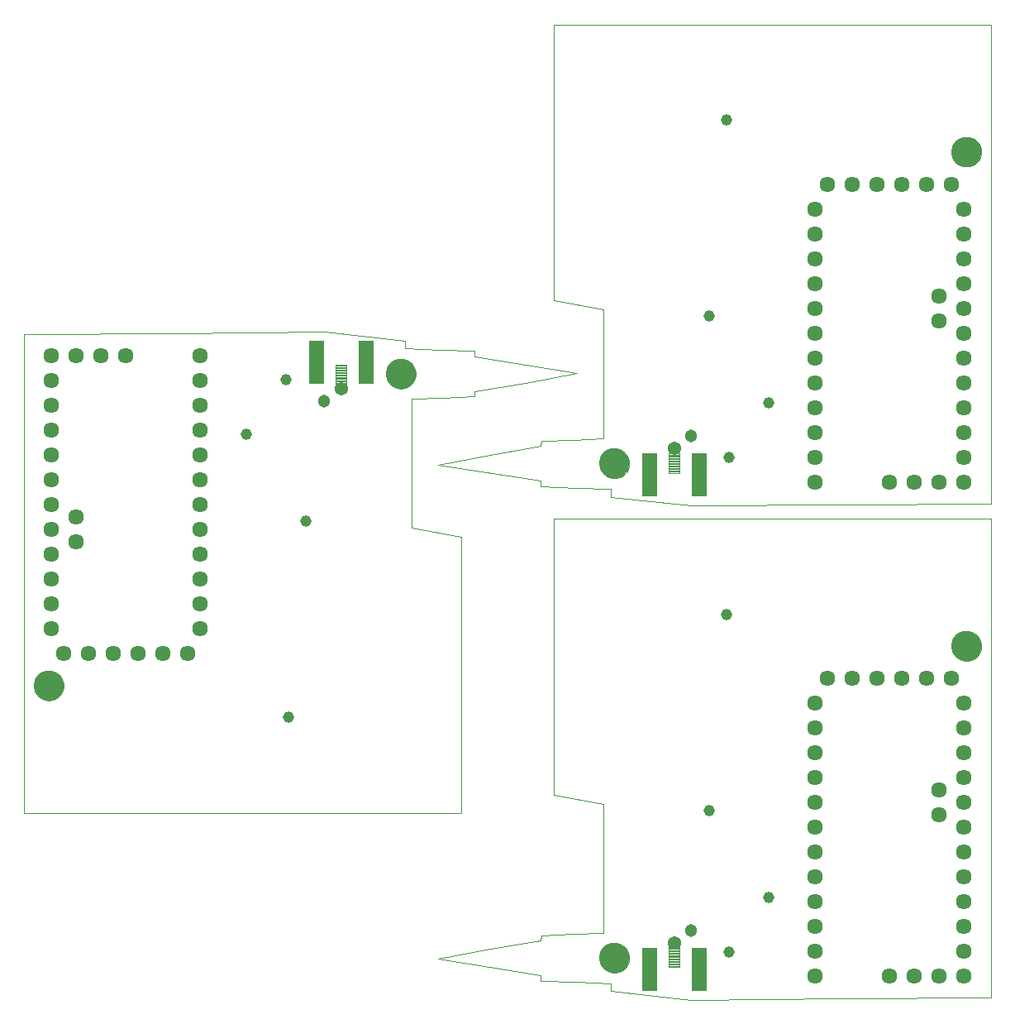
<source format=gbs>
%MOIN*%
%OFA0B0*%
%FSLAX25Y25*%
%IPPOS*%
%LPD*%
%AMOC8*
5,1,8,0,0,$1,22.5*%
%AMOC80*
5,1,8,0,0,$1,22.5*%
%AMOC81*
5,1,8,0,0,$1,202.5*%
%ADD10C,0*%
%ADD11C,0.12210999999999998*%
%ADD12C,0.06337*%
%ADD13C,0.054*%
%ADD14C,0.0049*%
%ADD15R,0.064X0.17399999999999996*%
%ADD16C,0.05124*%
%ADD17C,0.04534*%
%ADD28C,0*%
%ADD29C,0.12210999999999998*%
%ADD30C,0.06337*%
%ADD31C,0.054*%
%ADD32C,0.0049*%
%ADD33R,0.064X0.17399999999999996*%
%ADD34C,0.05124*%
%ADD35C,0.04534*%
%ADD36C,0*%
%ADD37C,0.12210999999999998*%
%ADD38C,0.06337*%
%ADD39C,0.054*%
%ADD40C,0.0049*%
%ADD41R,0.064X0.17399999999999996*%
%ADD42C,0.05124*%
%ADD43C,0.04534*%
G75*
D10*
X0169911Y0016923D02*
X0190745Y0020882D01*
X0211245Y0024507D01*
X0211314Y0026340D01*
X0211384Y0026506D01*
X0224148Y0026993D01*
X0236578Y0027478D01*
X0236554Y0027472D02*
X0236579Y0053478D01*
X0236578Y0053451D02*
X0236578Y0079423D01*
X0216577Y0083173D01*
X0216577Y0194285D01*
X0392828Y0194285D01*
X0392828Y0001229D01*
X0332273Y0000882D01*
X0271717Y0000535D01*
X0239356Y0003907D01*
X0239356Y0007062D01*
X0225259Y0007618D01*
X0211161Y0008173D01*
X0211161Y0010396D01*
X0169911Y0016923D01*
X0235007Y0017338D02*
X0235008Y0017491D01*
X0235015Y0017645D01*
X0235025Y0017798D01*
X0235039Y0017950D01*
X0235056Y0018103D01*
X0235079Y0018254D01*
X0235103Y0018405D01*
X0235134Y0018555D01*
X0235168Y0018705D01*
X0235205Y0018854D01*
X0235246Y0019002D01*
X0235291Y0019148D01*
X0235340Y0019294D01*
X0235393Y0019438D01*
X0235449Y0019580D01*
X0235509Y0019721D01*
X0235573Y0019861D01*
X0235639Y0019999D01*
X0235711Y0020135D01*
X0235786Y0020269D01*
X0235862Y0020401D01*
X0235944Y0020530D01*
X0236029Y0020659D01*
X0236117Y0020785D01*
X0236208Y0020908D01*
X0236302Y0021029D01*
X0236400Y0021147D01*
X0236500Y0021263D01*
X0236604Y0021376D01*
X0236710Y0021487D01*
X0236818Y0021595D01*
X0236931Y0021700D01*
X0237045Y0021801D01*
X0237163Y0021900D01*
X0237282Y0021996D01*
X0237404Y0022089D01*
X0237529Y0022177D01*
X0237656Y0022265D01*
X0237785Y0022347D01*
X0237916Y0022427D01*
X0238049Y0022503D01*
X0238184Y0022575D01*
X0238321Y0022645D01*
X0238459Y0022710D01*
X0238600Y0022772D01*
X0238742Y0022830D01*
X0238885Y0022885D01*
X0239030Y0022936D01*
X0239176Y0022983D01*
X0239323Y0023026D01*
X0239471Y0023065D01*
X0239620Y0023101D01*
X0239770Y0023131D01*
X0239921Y0023160D01*
X0240072Y0023184D01*
X0240225Y0023204D01*
X0240377Y0023220D01*
X0240530Y0023232D01*
X0240682Y0023240D01*
X0240836Y0023244D01*
X0240990Y0023244D01*
X0241143Y0023240D01*
X0241296Y0023232D01*
X0241448Y0023220D01*
X0241601Y0023204D01*
X0241753Y0023184D01*
X0241905Y0023160D01*
X0242056Y0023131D01*
X0242206Y0023101D01*
X0242355Y0023065D01*
X0242503Y0023026D01*
X0242650Y0022983D01*
X0242796Y0022936D01*
X0242940Y0022885D01*
X0243084Y0022830D01*
X0243226Y0022772D01*
X0243366Y0022710D01*
X0243505Y0022645D01*
X0243642Y0022575D01*
X0243777Y0022503D01*
X0243909Y0022427D01*
X0244041Y0022347D01*
X0244170Y0022265D01*
X0244297Y0022177D01*
X0244422Y0022089D01*
X0244544Y0021996D01*
X0244663Y0021900D01*
X0244781Y0021801D01*
X0244895Y0021700D01*
X0245007Y0021595D01*
X0245115Y0021487D01*
X0245222Y0021376D01*
X0245326Y0021263D01*
X0245426Y0021147D01*
X0245524Y0021029D01*
X0245617Y0020908D01*
X0245709Y0020785D01*
X0245797Y0020659D01*
X0245881Y0020530D01*
X0245963Y0020401D01*
X0246040Y0020269D01*
X0246115Y0020135D01*
X0246186Y0019999D01*
X0246253Y0019861D01*
X0246317Y0019721D01*
X0246376Y0019580D01*
X0246433Y0019438D01*
X0246485Y0019294D01*
X0246535Y0019148D01*
X0246580Y0019002D01*
X0246620Y0018854D01*
X0246658Y0018705D01*
X0246692Y0018555D01*
X0246722Y0018405D01*
X0246747Y0018254D01*
X0246769Y0018103D01*
X0246787Y0017950D01*
X0246801Y0017798D01*
X0246810Y0017645D01*
X0246817Y0017491D01*
X0246819Y0017338D01*
X0246817Y0017185D01*
X0246810Y0017031D01*
X0246801Y0016878D01*
X0246787Y0016726D01*
X0246769Y0016573D01*
X0246747Y0016422D01*
X0246722Y0016271D01*
X0246692Y0016120D01*
X0246658Y0015970D01*
X0246620Y0015822D01*
X0246580Y0015673D01*
X0246535Y0015528D01*
X0246485Y0015382D01*
X0246433Y0015237D01*
X0246376Y0015096D01*
X0246317Y0014954D01*
X0246253Y0014815D01*
X0246186Y0014677D01*
X0246115Y0014541D01*
X0246040Y0014407D01*
X0245963Y0014274D01*
X0245881Y0014145D01*
X0245797Y0014016D01*
X0245709Y0013891D01*
X0245617Y0013768D01*
X0245524Y0013647D01*
X0245426Y0013529D01*
X0245326Y0013413D01*
X0245222Y0013300D01*
X0245115Y0013189D01*
X0245007Y0013081D01*
X0244895Y0012975D01*
X0244781Y0012875D01*
X0244663Y0012776D01*
X0244544Y0012680D01*
X0244422Y0012587D01*
X0244297Y0012498D01*
X0244170Y0012411D01*
X0244041Y0012329D01*
X0243909Y0012249D01*
X0243777Y0012173D01*
X0243642Y0012100D01*
X0243505Y0012031D01*
X0243366Y0011966D01*
X0243226Y0011904D01*
X0243084Y0011846D01*
X0242940Y0011791D01*
X0242796Y0011740D01*
X0242650Y0011693D01*
X0242503Y0011650D01*
X0242355Y0011611D01*
X0242206Y0011575D01*
X0242056Y0011543D01*
X0241905Y0011516D01*
X0241753Y0011492D01*
X0241601Y0011472D01*
X0241448Y0011455D01*
X0241296Y0011444D01*
X0241143Y0011436D01*
X0240990Y0011432D01*
X0240836Y0011432D01*
X0240682Y0011436D01*
X0240530Y0011444D01*
X0240377Y0011455D01*
X0240225Y0011472D01*
X0240072Y0011492D01*
X0239921Y0011516D01*
X0239770Y0011543D01*
X0239620Y0011575D01*
X0239471Y0011611D01*
X0239323Y0011650D01*
X0239176Y0011693D01*
X0239030Y0011740D01*
X0238885Y0011791D01*
X0238742Y0011846D01*
X0238600Y0011904D01*
X0238459Y0011966D01*
X0238321Y0012031D01*
X0238184Y0012100D01*
X0238049Y0012173D01*
X0237916Y0012249D01*
X0237785Y0012329D01*
X0237656Y0012411D01*
X0237529Y0012498D01*
X0237404Y0012587D01*
X0237282Y0012680D01*
X0237163Y0012776D01*
X0237045Y0012875D01*
X0236931Y0012975D01*
X0236818Y0013081D01*
X0236710Y0013189D01*
X0236604Y0013300D01*
X0236500Y0013413D01*
X0236400Y0013529D01*
X0236302Y0013647D01*
X0236208Y0013768D01*
X0236117Y0013891D01*
X0236029Y0014016D01*
X0235944Y0014145D01*
X0235862Y0014274D01*
X0235786Y0014407D01*
X0235711Y0014541D01*
X0235639Y0014677D01*
X0235573Y0014815D01*
X0235509Y0014954D01*
X0235449Y0015096D01*
X0235393Y0015237D01*
X0235340Y0015382D01*
X0235291Y0015528D01*
X0235246Y0015673D01*
X0235205Y0015822D01*
X0235168Y0015970D01*
X0235134Y0016120D01*
X0235103Y0016271D01*
X0235079Y0016422D01*
X0235056Y0016573D01*
X0235039Y0016726D01*
X0235025Y0016878D01*
X0235015Y0017031D01*
X0235008Y0017185D01*
X0235007Y0017338D01*
X0376993Y0142992D02*
X0376995Y0143145D01*
X0377001Y0143299D01*
X0377011Y0143452D01*
X0377025Y0143604D01*
X0377043Y0143757D01*
X0377065Y0143908D01*
X0377090Y0144059D01*
X0377120Y0144210D01*
X0377154Y0144360D01*
X0377191Y0144508D01*
X0377232Y0144656D01*
X0377277Y0144802D01*
X0377326Y0144948D01*
X0377379Y0145092D01*
X0377435Y0145234D01*
X0377495Y0145375D01*
X0377559Y0145515D01*
X0377626Y0145653D01*
X0377697Y0145788D01*
X0377772Y0145923D01*
X0377849Y0146055D01*
X0377931Y0146185D01*
X0378015Y0146313D01*
X0378102Y0146439D01*
X0378194Y0146562D01*
X0378288Y0146683D01*
X0378386Y0146801D01*
X0378486Y0146917D01*
X0378590Y0147030D01*
X0378696Y0147141D01*
X0378805Y0147249D01*
X0378917Y0147353D01*
X0379031Y0147455D01*
X0379149Y0147554D01*
X0379268Y0147650D01*
X0379390Y0147743D01*
X0379515Y0147832D01*
X0379642Y0147919D01*
X0379771Y0148001D01*
X0379902Y0148081D01*
X0380035Y0148157D01*
X0380170Y0148230D01*
X0380307Y0148299D01*
X0380446Y0148364D01*
X0380586Y0148425D01*
X0380728Y0148484D01*
X0380871Y0148539D01*
X0381016Y0148590D01*
X0381162Y0148637D01*
X0381308Y0148680D01*
X0381457Y0148719D01*
X0381606Y0148755D01*
X0381756Y0148786D01*
X0381907Y0148814D01*
X0382058Y0148838D01*
X0382211Y0148858D01*
X0382363Y0148874D01*
X0382516Y0148886D01*
X0382669Y0148894D01*
X0382822Y0148898D01*
X0382976Y0148898D01*
X0383129Y0148894D01*
X0383282Y0148886D01*
X0383435Y0148874D01*
X0383587Y0148858D01*
X0383740Y0148838D01*
X0383890Y0148814D01*
X0384042Y0148786D01*
X0384192Y0148755D01*
X0384341Y0148719D01*
X0384489Y0148680D01*
X0384636Y0148637D01*
X0384782Y0148590D01*
X0384927Y0148539D01*
X0385070Y0148484D01*
X0385212Y0148425D01*
X0385352Y0148364D01*
X0385491Y0148299D01*
X0385628Y0148230D01*
X0385763Y0148157D01*
X0385896Y0148081D01*
X0386027Y0148001D01*
X0386156Y0147919D01*
X0386283Y0147832D01*
X0386407Y0147743D01*
X0386530Y0147650D01*
X0386649Y0147554D01*
X0386767Y0147455D01*
X0386881Y0147353D01*
X0386993Y0147249D01*
X0387102Y0147141D01*
X0387208Y0147030D01*
X0387312Y0146917D01*
X0387412Y0146801D01*
X0387510Y0146683D01*
X0387604Y0146562D01*
X0387695Y0146439D01*
X0387782Y0146313D01*
X0387866Y0146185D01*
X0387949Y0146055D01*
X0388026Y0145923D01*
X0388101Y0145788D01*
X0388172Y0145653D01*
X0388238Y0145515D01*
X0388303Y0145375D01*
X0388363Y0145234D01*
X0388419Y0145092D01*
X0388472Y0144948D01*
X0388521Y0144802D01*
X0388566Y0144656D01*
X0388607Y0144508D01*
X0388644Y0144360D01*
X0388678Y0144210D01*
X0388708Y0144059D01*
X0388733Y0143908D01*
X0388755Y0143757D01*
X0388773Y0143604D01*
X0388787Y0143452D01*
X0388797Y0143299D01*
X0388803Y0143145D01*
X0388805Y0142992D01*
X0388803Y0142839D01*
X0388797Y0142685D01*
X0388787Y0142531D01*
X0388773Y0142380D01*
X0388755Y0142227D01*
X0388733Y0142076D01*
X0388708Y0141925D01*
X0388678Y0141774D01*
X0388644Y0141624D01*
X0388607Y0141476D01*
X0388566Y0141328D01*
X0388521Y0141182D01*
X0388472Y0141036D01*
X0388419Y0140892D01*
X0388363Y0140750D01*
X0388303Y0140609D01*
X0388238Y0140469D01*
X0388172Y0140330D01*
X0388101Y0140195D01*
X0388026Y0140061D01*
X0387949Y0139929D01*
X0387866Y0139799D01*
X0387782Y0139671D01*
X0387695Y0139545D01*
X0387604Y0139422D01*
X0387510Y0139301D01*
X0387412Y0139183D01*
X0387312Y0139067D01*
X0387208Y0138953D01*
X0387102Y0138843D01*
X0386993Y0138735D01*
X0386881Y0138630D01*
X0386767Y0138528D01*
X0386649Y0138430D01*
X0386530Y0138333D01*
X0386407Y0138241D01*
X0386283Y0138152D01*
X0386156Y0138065D01*
X0386027Y0137983D01*
X0385896Y0137903D01*
X0385763Y0137827D01*
X0385628Y0137753D01*
X0385491Y0137685D01*
X0385352Y0137620D01*
X0385212Y0137558D01*
X0385070Y0137500D01*
X0384927Y0137445D01*
X0384782Y0137394D01*
X0384636Y0137347D01*
X0384489Y0137304D01*
X0384341Y0137265D01*
X0384192Y0137229D01*
X0384042Y0137198D01*
X0383890Y0137170D01*
X0383740Y0137146D01*
X0383587Y0137126D01*
X0383435Y0137110D01*
X0383282Y0137098D01*
X0383129Y0137090D01*
X0382976Y0137086D01*
X0382822Y0137086D01*
X0382669Y0137090D01*
X0382516Y0137098D01*
X0382363Y0137110D01*
X0382211Y0137126D01*
X0382058Y0137146D01*
X0381907Y0137170D01*
X0381756Y0137198D01*
X0381606Y0137229D01*
X0381457Y0137265D01*
X0381308Y0137304D01*
X0381162Y0137347D01*
X0381016Y0137394D01*
X0380871Y0137445D01*
X0380728Y0137500D01*
X0380586Y0137558D01*
X0380446Y0137620D01*
X0380307Y0137685D01*
X0380170Y0137753D01*
X0380035Y0137827D01*
X0379902Y0137903D01*
X0379771Y0137983D01*
X0379642Y0138065D01*
X0379515Y0138152D01*
X0379390Y0138241D01*
X0379268Y0138333D01*
X0379149Y0138430D01*
X0379031Y0138528D01*
X0378917Y0138630D01*
X0378805Y0138735D01*
X0378696Y0138843D01*
X0378590Y0138953D01*
X0378486Y0139067D01*
X0378386Y0139183D01*
X0378288Y0139301D01*
X0378194Y0139422D01*
X0378102Y0139545D01*
X0378015Y0139671D01*
X0377931Y0139799D01*
X0377849Y0139929D01*
X0377772Y0140061D01*
X0377697Y0140195D01*
X0377626Y0140330D01*
X0377559Y0140469D01*
X0377495Y0140609D01*
X0377435Y0140750D01*
X0377379Y0140892D01*
X0377326Y0141036D01*
X0377277Y0141182D01*
X0377232Y0141328D01*
X0377191Y0141476D01*
X0377154Y0141624D01*
X0377120Y0141774D01*
X0377090Y0141925D01*
X0377065Y0142076D01*
X0377043Y0142227D01*
X0377025Y0142380D01*
X0377011Y0142531D01*
X0377001Y0142685D01*
X0376995Y0142839D01*
X0376993Y0142992D01*
D11*
X0382899Y0142992D03*
X0240913Y0017338D03*
D12*
X0321803Y0019988D03*
X0321803Y0009988D03*
X0321803Y0029987D03*
X0321803Y0039988D03*
X0321803Y0049988D03*
X0321803Y0059988D03*
X0321803Y0069988D03*
X0321803Y0079988D03*
X0321803Y0089988D03*
X0321803Y0099988D03*
X0321803Y0109988D03*
X0321803Y0119988D03*
X0326803Y0129987D03*
X0336803Y0129987D03*
X0346803Y0129987D03*
X0356803Y0129987D03*
X0366803Y0129987D03*
X0376803Y0129987D03*
X0381803Y0119988D03*
X0381803Y0109988D03*
X0381803Y0099988D03*
X0381803Y0089988D03*
X0371803Y0084987D03*
X0381803Y0079988D03*
X0371803Y0074988D03*
X0381803Y0069988D03*
X0381803Y0059988D03*
X0381803Y0049988D03*
X0381803Y0039988D03*
X0381803Y0029987D03*
X0381803Y0019988D03*
X0381803Y0009988D03*
X0371803Y0009988D03*
X0361803Y0009988D03*
X0351803Y0009988D03*
D13*
X0264954Y0023472D03*
D14*
X0262749Y0021557D02*
X0262749Y0013647D01*
X0262749Y0021557D02*
X0267159Y0021557D01*
X0267159Y0013647D01*
X0262749Y0013647D01*
X0262749Y0014136D02*
X0267159Y0014136D01*
X0267159Y0014625D02*
X0262749Y0014625D01*
X0262749Y0015114D02*
X0267159Y0015114D01*
X0267159Y0015603D02*
X0262749Y0015603D01*
X0262749Y0016092D02*
X0267159Y0016092D01*
X0267159Y0016581D02*
X0262749Y0016581D01*
X0262749Y0017070D02*
X0267159Y0017070D01*
X0267159Y0017559D02*
X0262749Y0017559D01*
X0262749Y0018048D02*
X0267159Y0018048D01*
X0267159Y0018537D02*
X0262749Y0018537D01*
X0262749Y0019026D02*
X0267159Y0019026D01*
X0267159Y0019514D02*
X0262749Y0019514D01*
X0262749Y0020004D02*
X0267159Y0020004D01*
X0267159Y0020493D02*
X0262749Y0020493D01*
X0262749Y0020982D02*
X0267159Y0020982D01*
X0267159Y0021471D02*
X0262749Y0021471D01*
D15*
X0254954Y0012723D03*
X0274953Y0012723D03*
D16*
X0271910Y0028337D03*
D17*
X0287254Y0019673D03*
X0303254Y0041673D03*
X0279254Y0076673D03*
X0286254Y0155673D03*
G04 next file*
G75*
D28*
X0169911Y0216135D02*
X0190745Y0220094D01*
X0211245Y0223719D01*
X0211314Y0225552D01*
X0211384Y0225719D01*
X0224148Y0226205D01*
X0236578Y0226691D01*
X0236554Y0226684D02*
X0236579Y0252690D01*
X0236578Y0252663D02*
X0236578Y0278635D01*
X0216577Y0282385D01*
X0216577Y0393497D01*
X0392828Y0393497D01*
X0392828Y0200441D01*
X0332273Y0200094D01*
X0271717Y0199747D01*
X0239356Y0203119D01*
X0239356Y0206273D01*
X0225259Y0206829D01*
X0211161Y0207385D01*
X0211161Y0209608D01*
X0169911Y0216135D01*
X0235007Y0216550D02*
X0235008Y0216703D01*
X0235015Y0216857D01*
X0235025Y0217010D01*
X0235039Y0217162D01*
X0235056Y0217315D01*
X0235079Y0217465D01*
X0235103Y0217617D01*
X0235134Y0217768D01*
X0235168Y0217918D01*
X0235205Y0218066D01*
X0235246Y0218214D01*
X0235291Y0218360D01*
X0235340Y0218506D01*
X0235393Y0218650D01*
X0235449Y0218792D01*
X0235509Y0218933D01*
X0235573Y0219072D01*
X0235639Y0219211D01*
X0235711Y0219347D01*
X0235786Y0219481D01*
X0235862Y0219613D01*
X0235944Y0219743D01*
X0236029Y0219871D01*
X0236117Y0219997D01*
X0236208Y0220120D01*
X0236302Y0220241D01*
X0236400Y0220359D01*
X0236500Y0220475D01*
X0236604Y0220588D01*
X0236710Y0220698D01*
X0236818Y0220807D01*
X0236931Y0220912D01*
X0237045Y0221013D01*
X0237163Y0221112D01*
X0237282Y0221207D01*
X0237404Y0221301D01*
X0237529Y0221390D01*
X0237656Y0221477D01*
X0237785Y0221559D01*
X0237916Y0221639D01*
X0238049Y0221715D01*
X0238184Y0221788D01*
X0238321Y0221857D01*
X0238459Y0221922D01*
X0238600Y0221984D01*
X0238742Y0222041D01*
X0238885Y0222097D01*
X0239030Y0222148D01*
X0239176Y0222195D01*
X0239323Y0222237D01*
X0239471Y0222277D01*
X0239620Y0222312D01*
X0239770Y0222344D01*
X0239921Y0222372D01*
X0240072Y0222396D01*
X0240225Y0222416D01*
X0240377Y0222432D01*
X0240530Y0222444D01*
X0240682Y0222452D01*
X0240836Y0222456D01*
X0240990Y0222456D01*
X0241143Y0222452D01*
X0241296Y0222444D01*
X0241448Y0222432D01*
X0241601Y0222416D01*
X0241753Y0222396D01*
X0241905Y0222372D01*
X0242056Y0222344D01*
X0242206Y0222312D01*
X0242355Y0222277D01*
X0242503Y0222237D01*
X0242650Y0222195D01*
X0242796Y0222148D01*
X0242940Y0222097D01*
X0243084Y0222041D01*
X0243226Y0221984D01*
X0243366Y0221922D01*
X0243505Y0221857D01*
X0243642Y0221788D01*
X0243777Y0221715D01*
X0243909Y0221639D01*
X0244041Y0221559D01*
X0244170Y0221477D01*
X0244297Y0221390D01*
X0244422Y0221301D01*
X0244544Y0221207D01*
X0244663Y0221112D01*
X0244781Y0221013D01*
X0244895Y0220912D01*
X0245007Y0220807D01*
X0245115Y0220698D01*
X0245222Y0220588D01*
X0245326Y0220475D01*
X0245426Y0220359D01*
X0245524Y0220241D01*
X0245617Y0220120D01*
X0245709Y0219997D01*
X0245797Y0219871D01*
X0245881Y0219743D01*
X0245963Y0219613D01*
X0246040Y0219481D01*
X0246115Y0219347D01*
X0246186Y0219211D01*
X0246253Y0219072D01*
X0246317Y0218933D01*
X0246376Y0218792D01*
X0246433Y0218650D01*
X0246485Y0218506D01*
X0246535Y0218360D01*
X0246580Y0218214D01*
X0246620Y0218066D01*
X0246658Y0217918D01*
X0246692Y0217768D01*
X0246722Y0217617D01*
X0246747Y0217465D01*
X0246769Y0217315D01*
X0246787Y0217162D01*
X0246801Y0217010D01*
X0246810Y0216857D01*
X0246817Y0216703D01*
X0246819Y0216550D01*
X0246817Y0216397D01*
X0246810Y0216243D01*
X0246801Y0216089D01*
X0246787Y0215938D01*
X0246769Y0215784D01*
X0246747Y0215634D01*
X0246722Y0215483D01*
X0246692Y0215332D01*
X0246658Y0215181D01*
X0246620Y0215034D01*
X0246580Y0214886D01*
X0246535Y0214740D01*
X0246485Y0214594D01*
X0246433Y0214449D01*
X0246376Y0214308D01*
X0246317Y0214167D01*
X0246253Y0214027D01*
X0246186Y0213889D01*
X0246115Y0213753D01*
X0246040Y0213619D01*
X0245963Y0213486D01*
X0245881Y0213357D01*
X0245797Y0213228D01*
X0245709Y0213103D01*
X0245617Y0212980D01*
X0245524Y0212859D01*
X0245426Y0212740D01*
X0245326Y0212625D01*
X0245222Y0212512D01*
X0245115Y0212401D01*
X0245007Y0212293D01*
X0244895Y0212188D01*
X0244781Y0212087D01*
X0244663Y0211988D01*
X0244544Y0211892D01*
X0244422Y0211798D01*
X0244297Y0211710D01*
X0244170Y0211622D01*
X0244041Y0211540D01*
X0243909Y0211461D01*
X0243777Y0211384D01*
X0243642Y0211312D01*
X0243505Y0211242D01*
X0243366Y0211178D01*
X0243226Y0211116D01*
X0243084Y0211058D01*
X0242940Y0211003D01*
X0242796Y0210951D01*
X0242650Y0210905D01*
X0242503Y0210862D01*
X0242355Y0210822D01*
X0242206Y0210787D01*
X0242056Y0210756D01*
X0241905Y0210727D01*
X0241753Y0210704D01*
X0241601Y0210684D01*
X0241448Y0210668D01*
X0241296Y0210656D01*
X0241143Y0210648D01*
X0240990Y0210644D01*
X0240836Y0210644D01*
X0240682Y0210648D01*
X0240530Y0210656D01*
X0240377Y0210668D01*
X0240225Y0210684D01*
X0240072Y0210704D01*
X0239921Y0210727D01*
X0239770Y0210756D01*
X0239620Y0210787D01*
X0239471Y0210822D01*
X0239323Y0210862D01*
X0239176Y0210905D01*
X0239030Y0210951D01*
X0238885Y0211003D01*
X0238742Y0211058D01*
X0238600Y0211116D01*
X0238459Y0211178D01*
X0238321Y0211242D01*
X0238184Y0211312D01*
X0238049Y0211384D01*
X0237916Y0211461D01*
X0237785Y0211540D01*
X0237656Y0211622D01*
X0237529Y0211710D01*
X0237404Y0211798D01*
X0237282Y0211892D01*
X0237163Y0211988D01*
X0237045Y0212087D01*
X0236931Y0212188D01*
X0236818Y0212293D01*
X0236710Y0212401D01*
X0236604Y0212512D01*
X0236500Y0212625D01*
X0236400Y0212740D01*
X0236302Y0212859D01*
X0236208Y0212980D01*
X0236117Y0213103D01*
X0236029Y0213228D01*
X0235944Y0213357D01*
X0235862Y0213486D01*
X0235786Y0213619D01*
X0235711Y0213753D01*
X0235639Y0213889D01*
X0235573Y0214027D01*
X0235509Y0214167D01*
X0235449Y0214308D01*
X0235393Y0214449D01*
X0235340Y0214594D01*
X0235291Y0214740D01*
X0235246Y0214886D01*
X0235205Y0215034D01*
X0235168Y0215181D01*
X0235134Y0215332D01*
X0235103Y0215483D01*
X0235079Y0215634D01*
X0235056Y0215784D01*
X0235039Y0215938D01*
X0235025Y0216089D01*
X0235015Y0216243D01*
X0235008Y0216397D01*
X0235007Y0216550D01*
X0376993Y0342204D02*
X0376995Y0342357D01*
X0377001Y0342511D01*
X0377011Y0342664D01*
X0377025Y0342816D01*
X0377043Y0342969D01*
X0377065Y0343120D01*
X0377090Y0343271D01*
X0377120Y0343422D01*
X0377154Y0343572D01*
X0377191Y0343720D01*
X0377232Y0343868D01*
X0377277Y0344014D01*
X0377326Y0344160D01*
X0377379Y0344304D01*
X0377435Y0344446D01*
X0377495Y0344587D01*
X0377559Y0344726D01*
X0377626Y0344865D01*
X0377697Y0345001D01*
X0377772Y0345135D01*
X0377849Y0345267D01*
X0377931Y0345397D01*
X0378015Y0345525D01*
X0378102Y0345651D01*
X0378194Y0345774D01*
X0378288Y0345895D01*
X0378386Y0346013D01*
X0378486Y0346129D01*
X0378590Y0346242D01*
X0378696Y0346353D01*
X0378805Y0346461D01*
X0378917Y0346566D01*
X0379031Y0346667D01*
X0379149Y0346766D01*
X0379268Y0346862D01*
X0379390Y0346954D01*
X0379515Y0347044D01*
X0379642Y0347131D01*
X0379771Y0347213D01*
X0379902Y0347293D01*
X0380035Y0347369D01*
X0380170Y0347442D01*
X0380307Y0347511D01*
X0380446Y0347576D01*
X0380586Y0347638D01*
X0380728Y0347696D01*
X0380871Y0347751D01*
X0381016Y0347802D01*
X0381162Y0347849D01*
X0381308Y0347892D01*
X0381457Y0347931D01*
X0381606Y0347967D01*
X0381756Y0347997D01*
X0381907Y0348026D01*
X0382058Y0348050D01*
X0382211Y0348070D01*
X0382363Y0348086D01*
X0382516Y0348098D01*
X0382669Y0348106D01*
X0382822Y0348110D01*
X0382976Y0348110D01*
X0383129Y0348106D01*
X0383282Y0348098D01*
X0383435Y0348086D01*
X0383587Y0348070D01*
X0383740Y0348050D01*
X0383890Y0348026D01*
X0384042Y0347997D01*
X0384192Y0347967D01*
X0384341Y0347931D01*
X0384489Y0347892D01*
X0384636Y0347849D01*
X0384782Y0347802D01*
X0384927Y0347751D01*
X0385070Y0347696D01*
X0385212Y0347638D01*
X0385352Y0347576D01*
X0385491Y0347511D01*
X0385628Y0347442D01*
X0385763Y0347369D01*
X0385896Y0347293D01*
X0386027Y0347213D01*
X0386156Y0347131D01*
X0386283Y0347044D01*
X0386407Y0346954D01*
X0386530Y0346862D01*
X0386649Y0346766D01*
X0386767Y0346667D01*
X0386881Y0346566D01*
X0386993Y0346461D01*
X0387102Y0346353D01*
X0387208Y0346242D01*
X0387312Y0346129D01*
X0387412Y0346013D01*
X0387510Y0345895D01*
X0387604Y0345774D01*
X0387695Y0345651D01*
X0387782Y0345525D01*
X0387866Y0345397D01*
X0387949Y0345267D01*
X0388026Y0345135D01*
X0388101Y0345001D01*
X0388172Y0344865D01*
X0388238Y0344726D01*
X0388303Y0344587D01*
X0388363Y0344446D01*
X0388419Y0344304D01*
X0388472Y0344160D01*
X0388521Y0344014D01*
X0388566Y0343868D01*
X0388607Y0343720D01*
X0388644Y0343572D01*
X0388678Y0343422D01*
X0388708Y0343271D01*
X0388733Y0343120D01*
X0388755Y0342969D01*
X0388773Y0342816D01*
X0388787Y0342664D01*
X0388797Y0342511D01*
X0388803Y0342357D01*
X0388805Y0342204D01*
X0388803Y0342051D01*
X0388797Y0341897D01*
X0388787Y0341744D01*
X0388773Y0341592D01*
X0388755Y0341439D01*
X0388733Y0341288D01*
X0388708Y0341137D01*
X0388678Y0340986D01*
X0388644Y0340836D01*
X0388607Y0340688D01*
X0388566Y0340540D01*
X0388521Y0340394D01*
X0388472Y0340248D01*
X0388419Y0340104D01*
X0388363Y0339962D01*
X0388303Y0339821D01*
X0388238Y0339681D01*
X0388172Y0339543D01*
X0388101Y0339407D01*
X0388026Y0339273D01*
X0387949Y0339141D01*
X0387866Y0339011D01*
X0387782Y0338883D01*
X0387695Y0338757D01*
X0387604Y0338634D01*
X0387510Y0338513D01*
X0387412Y0338394D01*
X0387312Y0338279D01*
X0387208Y0338166D01*
X0387102Y0338055D01*
X0386993Y0337947D01*
X0386881Y0337842D01*
X0386767Y0337741D01*
X0386649Y0337642D01*
X0386530Y0337546D01*
X0386407Y0337453D01*
X0386283Y0337364D01*
X0386156Y0337277D01*
X0386027Y0337194D01*
X0385896Y0337114D01*
X0385763Y0337039D01*
X0385628Y0336966D01*
X0385491Y0336897D01*
X0385352Y0336832D01*
X0385212Y0336770D01*
X0385070Y0336712D01*
X0384927Y0336657D01*
X0384782Y0336606D01*
X0384636Y0336559D01*
X0384489Y0336516D01*
X0384341Y0336477D01*
X0384192Y0336441D01*
X0384042Y0336410D01*
X0383890Y0336382D01*
X0383740Y0336358D01*
X0383587Y0336338D01*
X0383435Y0336322D01*
X0383282Y0336310D01*
X0383129Y0336302D01*
X0382976Y0336298D01*
X0382822Y0336298D01*
X0382669Y0336302D01*
X0382516Y0336310D01*
X0382363Y0336322D01*
X0382211Y0336338D01*
X0382058Y0336358D01*
X0381907Y0336382D01*
X0381756Y0336410D01*
X0381606Y0336441D01*
X0381457Y0336477D01*
X0381308Y0336516D01*
X0381162Y0336559D01*
X0381016Y0336606D01*
X0380871Y0336657D01*
X0380728Y0336712D01*
X0380586Y0336770D01*
X0380446Y0336832D01*
X0380307Y0336897D01*
X0380170Y0336966D01*
X0380035Y0337039D01*
X0379902Y0337114D01*
X0379771Y0337194D01*
X0379642Y0337277D01*
X0379515Y0337364D01*
X0379390Y0337453D01*
X0379268Y0337546D01*
X0379149Y0337642D01*
X0379031Y0337741D01*
X0378917Y0337842D01*
X0378805Y0337947D01*
X0378696Y0338055D01*
X0378590Y0338166D01*
X0378486Y0338279D01*
X0378386Y0338394D01*
X0378288Y0338513D01*
X0378194Y0338634D01*
X0378102Y0338757D01*
X0378015Y0338883D01*
X0377931Y0339011D01*
X0377849Y0339141D01*
X0377772Y0339273D01*
X0377697Y0339407D01*
X0377626Y0339543D01*
X0377559Y0339681D01*
X0377495Y0339821D01*
X0377435Y0339962D01*
X0377379Y0340104D01*
X0377326Y0340248D01*
X0377277Y0340394D01*
X0377232Y0340540D01*
X0377191Y0340688D01*
X0377154Y0340836D01*
X0377120Y0340986D01*
X0377090Y0341137D01*
X0377065Y0341288D01*
X0377043Y0341439D01*
X0377025Y0341592D01*
X0377011Y0341744D01*
X0377001Y0341897D01*
X0376995Y0342051D01*
X0376993Y0342204D01*
D29*
X0382899Y0342204D03*
X0240913Y0216550D03*
D30*
X0321803Y0219200D03*
X0321803Y0209200D03*
X0321803Y0229199D03*
X0321803Y0239200D03*
X0321803Y0249200D03*
X0321803Y0259200D03*
X0321803Y0269200D03*
X0321803Y0279200D03*
X0321803Y0289199D03*
X0321803Y0299200D03*
X0321803Y0309200D03*
X0321803Y0319200D03*
X0326803Y0329199D03*
X0336803Y0329199D03*
X0346803Y0329199D03*
X0356803Y0329199D03*
X0366803Y0329199D03*
X0376803Y0329199D03*
X0381803Y0319200D03*
X0381803Y0309200D03*
X0381803Y0299200D03*
X0381803Y0289199D03*
X0371803Y0284199D03*
X0381803Y0279200D03*
X0371803Y0274200D03*
X0381803Y0269200D03*
X0381803Y0259200D03*
X0381803Y0249200D03*
X0381803Y0239200D03*
X0381803Y0229199D03*
X0381803Y0219200D03*
X0381803Y0209200D03*
X0371803Y0209200D03*
X0361803Y0209200D03*
X0351803Y0209200D03*
D31*
X0264954Y0222685D03*
D32*
X0262749Y0220769D02*
X0262749Y0212859D01*
X0262749Y0220769D02*
X0267159Y0220769D01*
X0267159Y0212859D01*
X0262749Y0212859D01*
X0262749Y0213348D02*
X0267159Y0213348D01*
X0267159Y0213837D02*
X0262749Y0213837D01*
X0262749Y0214326D02*
X0267159Y0214326D01*
X0267159Y0214814D02*
X0262749Y0214814D01*
X0262749Y0215303D02*
X0267159Y0215303D01*
X0267159Y0215793D02*
X0262749Y0215793D01*
X0262749Y0216282D02*
X0267159Y0216282D01*
X0267159Y0216771D02*
X0262749Y0216771D01*
X0262749Y0217260D02*
X0267159Y0217260D01*
X0267159Y0217749D02*
X0262749Y0217749D01*
X0262749Y0218238D02*
X0267159Y0218238D01*
X0267159Y0218726D02*
X0262749Y0218726D01*
X0262749Y0219216D02*
X0267159Y0219216D01*
X0267159Y0219705D02*
X0262749Y0219705D01*
X0262749Y0220194D02*
X0267159Y0220194D01*
X0267159Y0220683D02*
X0262749Y0220683D01*
D33*
X0254954Y0211934D03*
X0274953Y0211934D03*
D34*
X0271910Y0227549D03*
D35*
X0287254Y0218885D03*
X0303254Y0240885D03*
X0279254Y0275885D03*
X0286254Y0354885D03*
G04 next file*
G75*
D36*
X0225757Y0253155D02*
X0204923Y0249196D01*
X0184423Y0245570D01*
X0184354Y0243738D01*
X0184284Y0243570D01*
X0171520Y0243085D01*
X0159090Y0242599D01*
X0159114Y0242605D02*
X0159089Y0216600D01*
X0159090Y0216627D02*
X0159090Y0190655D01*
X0179090Y0186905D01*
X0179090Y0075793D01*
X0002840Y0075793D01*
X0002840Y0268849D01*
X0063395Y0269196D01*
X0123950Y0269543D01*
X0156312Y0266171D01*
X0156312Y0263016D01*
X0170409Y0262460D01*
X0184506Y0261905D01*
X0184506Y0259682D01*
X0225757Y0253155D01*
X0160661Y0252740D02*
X0160658Y0252586D01*
X0160653Y0252433D01*
X0160643Y0252280D01*
X0160629Y0252128D01*
X0160611Y0251975D01*
X0160589Y0251824D01*
X0160564Y0251673D01*
X0160534Y0251521D01*
X0160500Y0251372D01*
X0160463Y0251223D01*
X0160421Y0251076D01*
X0160377Y0250930D01*
X0160328Y0250783D01*
X0160275Y0250640D01*
X0160219Y0250498D01*
X0160159Y0250356D01*
X0160095Y0250217D01*
X0160027Y0250078D01*
X0159956Y0249942D01*
X0159882Y0249809D01*
X0159805Y0249677D01*
X0159723Y0249547D01*
X0159639Y0249419D01*
X0159551Y0249293D01*
X0159460Y0249169D01*
X0159366Y0249049D01*
X0159268Y0248931D01*
X0159168Y0248815D01*
X0159064Y0248701D01*
X0158958Y0248591D01*
X0158849Y0248483D01*
X0158736Y0248378D01*
X0158623Y0248277D01*
X0158505Y0248178D01*
X0158386Y0248082D01*
X0158264Y0247989D01*
X0158138Y0247900D01*
X0158012Y0247813D01*
X0157883Y0247731D01*
X0157752Y0247651D01*
X0157618Y0247575D01*
X0157484Y0247502D01*
X0157347Y0247433D01*
X0157208Y0247368D01*
X0157068Y0247305D01*
X0156926Y0247248D01*
X0156783Y0247193D01*
X0156638Y0247142D01*
X0156492Y0247095D01*
X0156345Y0247052D01*
X0156197Y0247013D01*
X0156048Y0246977D01*
X0155898Y0246946D01*
X0155747Y0246918D01*
X0155596Y0246894D01*
X0155443Y0246874D01*
X0155291Y0246858D01*
X0155138Y0246846D01*
X0154985Y0246837D01*
X0154832Y0246834D01*
X0154678Y0246834D01*
X0154525Y0246837D01*
X0154372Y0246846D01*
X0154219Y0246858D01*
X0154067Y0246874D01*
X0153914Y0246894D01*
X0153763Y0246918D01*
X0153612Y0246946D01*
X0153462Y0246977D01*
X0153313Y0247013D01*
X0153165Y0247052D01*
X0153018Y0247095D01*
X0152872Y0247142D01*
X0152727Y0247193D01*
X0152584Y0247248D01*
X0152442Y0247305D01*
X0152302Y0247368D01*
X0152163Y0247433D01*
X0152026Y0247502D01*
X0151890Y0247575D01*
X0151758Y0247651D01*
X0151627Y0247731D01*
X0151498Y0247813D01*
X0151371Y0247900D01*
X0151246Y0247989D01*
X0151124Y0248082D01*
X0151005Y0248178D01*
X0150887Y0248277D01*
X0150773Y0248378D01*
X0150661Y0248483D01*
X0150552Y0248591D01*
X0150446Y0248701D01*
X0150342Y0248815D01*
X0150242Y0248931D01*
X0150144Y0249049D01*
X0150050Y0249169D01*
X0149959Y0249293D01*
X0149871Y0249419D01*
X0149787Y0249547D01*
X0149705Y0249677D01*
X0149627Y0249809D01*
X0149553Y0249942D01*
X0149481Y0250078D01*
X0149415Y0250217D01*
X0149351Y0250356D01*
X0149291Y0250498D01*
X0149235Y0250640D01*
X0149182Y0250783D01*
X0149133Y0250930D01*
X0149087Y0251076D01*
X0149047Y0251223D01*
X0149010Y0251372D01*
X0148976Y0251521D01*
X0148946Y0251673D01*
X0148921Y0251824D01*
X0148899Y0251975D01*
X0148881Y0252128D01*
X0148867Y0252280D01*
X0148857Y0252433D01*
X0148850Y0252586D01*
X0148849Y0252740D01*
X0148850Y0252893D01*
X0148857Y0253047D01*
X0148867Y0253200D01*
X0148881Y0253352D01*
X0148899Y0253505D01*
X0148921Y0253656D01*
X0148946Y0253806D01*
X0148976Y0253958D01*
X0149010Y0254108D01*
X0149047Y0254256D01*
X0149087Y0254404D01*
X0149133Y0254550D01*
X0149182Y0254696D01*
X0149235Y0254840D01*
X0149291Y0254982D01*
X0149351Y0255122D01*
X0149415Y0255263D01*
X0149481Y0255401D01*
X0149553Y0255537D01*
X0149627Y0255670D01*
X0149705Y0255803D01*
X0149787Y0255933D01*
X0149871Y0256061D01*
X0149959Y0256187D01*
X0150050Y0256310D01*
X0150144Y0256431D01*
X0150242Y0256549D01*
X0150342Y0256665D01*
X0150446Y0256778D01*
X0150552Y0256888D01*
X0150661Y0256997D01*
X0150773Y0257102D01*
X0150887Y0257202D01*
X0151005Y0257302D01*
X0151124Y0257398D01*
X0151246Y0257491D01*
X0151371Y0257580D01*
X0151498Y0257667D01*
X0151627Y0257749D01*
X0151758Y0257829D01*
X0151890Y0257905D01*
X0152026Y0257978D01*
X0152163Y0258047D01*
X0152302Y0258112D01*
X0152442Y0258174D01*
X0152584Y0258232D01*
X0152727Y0258287D01*
X0152872Y0258338D01*
X0153018Y0258385D01*
X0153165Y0258427D01*
X0153313Y0258467D01*
X0153462Y0258503D01*
X0153612Y0258534D01*
X0153763Y0258562D01*
X0153914Y0258585D01*
X0154067Y0258605D01*
X0154219Y0258622D01*
X0154372Y0258634D01*
X0154525Y0258642D01*
X0154678Y0258646D01*
X0154832Y0258646D01*
X0154985Y0258642D01*
X0155138Y0258634D01*
X0155291Y0258622D01*
X0155443Y0258605D01*
X0155596Y0258585D01*
X0155747Y0258562D01*
X0155898Y0258534D01*
X0156048Y0258503D01*
X0156197Y0258467D01*
X0156345Y0258427D01*
X0156492Y0258385D01*
X0156638Y0258338D01*
X0156783Y0258287D01*
X0156926Y0258232D01*
X0157068Y0258174D01*
X0157208Y0258112D01*
X0157347Y0258047D01*
X0157484Y0257978D01*
X0157618Y0257905D01*
X0157752Y0257829D01*
X0157883Y0257749D01*
X0158012Y0257667D01*
X0158138Y0257580D01*
X0158264Y0257491D01*
X0158386Y0257398D01*
X0158505Y0257302D01*
X0158623Y0257202D01*
X0158736Y0257102D01*
X0158849Y0256997D01*
X0158958Y0256888D01*
X0159064Y0256778D01*
X0159168Y0256665D01*
X0159268Y0256549D01*
X0159366Y0256431D01*
X0159460Y0256310D01*
X0159551Y0256187D01*
X0159639Y0256061D01*
X0159723Y0255933D01*
X0159805Y0255803D01*
X0159882Y0255670D01*
X0159956Y0255537D01*
X0160027Y0255401D01*
X0160095Y0255263D01*
X0160159Y0255122D01*
X0160219Y0254982D01*
X0160275Y0254840D01*
X0160328Y0254696D01*
X0160377Y0254550D01*
X0160421Y0254404D01*
X0160463Y0254256D01*
X0160500Y0254108D01*
X0160534Y0253958D01*
X0160564Y0253806D01*
X0160589Y0253656D01*
X0160611Y0253505D01*
X0160629Y0253352D01*
X0160643Y0253200D01*
X0160653Y0253047D01*
X0160658Y0252893D01*
X0160661Y0252740D01*
X0018674Y0127086D02*
X0018673Y0126933D01*
X0018667Y0126779D01*
X0018657Y0126625D01*
X0018643Y0126474D01*
X0018625Y0126321D01*
X0018603Y0126170D01*
X0018578Y0126019D01*
X0018548Y0125868D01*
X0018514Y0125718D01*
X0018477Y0125570D01*
X0018436Y0125421D01*
X0018391Y0125276D01*
X0018342Y0125130D01*
X0018289Y0124986D01*
X0018233Y0124844D01*
X0018173Y0124703D01*
X0018109Y0124563D01*
X0018042Y0124425D01*
X0017971Y0124289D01*
X0017896Y0124155D01*
X0017818Y0124023D01*
X0017737Y0123893D01*
X0017653Y0123764D01*
X0017565Y0123639D01*
X0017474Y0123516D01*
X0017380Y0123395D01*
X0017282Y0123276D01*
X0017182Y0123161D01*
X0017078Y0123048D01*
X0016972Y0122937D01*
X0016863Y0122829D01*
X0016751Y0122724D01*
X0016637Y0122623D01*
X0016519Y0122524D01*
X0016399Y0122428D01*
X0016278Y0122335D01*
X0016153Y0122246D01*
X0016026Y0122159D01*
X0015897Y0122076D01*
X0015766Y0121997D01*
X0015633Y0121920D01*
X0015498Y0121848D01*
X0015361Y0121779D01*
X0015222Y0121714D01*
X0015082Y0121652D01*
X0014940Y0121594D01*
X0014796Y0121539D01*
X0014652Y0121488D01*
X0014506Y0121441D01*
X0014359Y0121398D01*
X0014210Y0121359D01*
X0014062Y0121323D01*
X0013912Y0121292D01*
X0013761Y0121264D01*
X0013610Y0121239D01*
X0013457Y0121220D01*
X0013305Y0121204D01*
X0013152Y0121192D01*
X0012999Y0121184D01*
X0012845Y0121180D01*
X0012692Y0121180D01*
X0012539Y0121184D01*
X0012386Y0121192D01*
X0012233Y0121204D01*
X0012081Y0121220D01*
X0011928Y0121239D01*
X0011777Y0121264D01*
X0011626Y0121292D01*
X0011476Y0121323D01*
X0011327Y0121359D01*
X0011179Y0121398D01*
X0011032Y0121441D01*
X0010885Y0121488D01*
X0010741Y0121539D01*
X0010598Y0121594D01*
X0010456Y0121652D01*
X0010315Y0121714D01*
X0010177Y0121779D01*
X0010040Y0121848D01*
X0009905Y0121920D01*
X0009772Y0121997D01*
X0009641Y0122076D01*
X0009512Y0122159D01*
X0009385Y0122246D01*
X0009260Y0122335D01*
X0009138Y0122428D01*
X0009019Y0122524D01*
X0008901Y0122623D01*
X0008787Y0122724D01*
X0008675Y0122829D01*
X0008566Y0122937D01*
X0008460Y0123048D01*
X0008356Y0123161D01*
X0008256Y0123276D01*
X0008158Y0123395D01*
X0008064Y0123516D01*
X0007972Y0123639D01*
X0007885Y0123764D01*
X0007801Y0123893D01*
X0007718Y0124023D01*
X0007642Y0124155D01*
X0007567Y0124289D01*
X0007496Y0124425D01*
X0007428Y0124563D01*
X0007364Y0124703D01*
X0007305Y0124844D01*
X0007249Y0124986D01*
X0007196Y0125130D01*
X0007147Y0125276D01*
X0007102Y0125421D01*
X0007061Y0125570D01*
X0007024Y0125718D01*
X0006990Y0125868D01*
X0006959Y0126019D01*
X0006934Y0126170D01*
X0006913Y0126321D01*
X0006895Y0126474D01*
X0006881Y0126625D01*
X0006870Y0126779D01*
X0006865Y0126933D01*
X0006863Y0127086D01*
X0006865Y0127239D01*
X0006870Y0127393D01*
X0006881Y0127546D01*
X0006895Y0127698D01*
X0006913Y0127851D01*
X0006934Y0128002D01*
X0006959Y0128153D01*
X0006990Y0128304D01*
X0007024Y0128454D01*
X0007061Y0128602D01*
X0007102Y0128750D01*
X0007147Y0128896D01*
X0007196Y0129041D01*
X0007249Y0129186D01*
X0007305Y0129328D01*
X0007364Y0129468D01*
X0007428Y0129609D01*
X0007496Y0129746D01*
X0007567Y0129882D01*
X0007642Y0130017D01*
X0007718Y0130149D01*
X0007801Y0130279D01*
X0007885Y0130407D01*
X0007972Y0130533D01*
X0008064Y0130656D01*
X0008158Y0130776D01*
X0008256Y0130895D01*
X0008356Y0131011D01*
X0008460Y0131124D01*
X0008566Y0131235D01*
X0008675Y0131343D01*
X0008787Y0131448D01*
X0008901Y0131549D01*
X0009019Y0131648D01*
X0009138Y0131744D01*
X0009260Y0131837D01*
X0009385Y0131926D01*
X0009512Y0132013D01*
X0009641Y0132095D01*
X0009772Y0132175D01*
X0009905Y0132251D01*
X0010040Y0132324D01*
X0010177Y0132393D01*
X0010315Y0132458D01*
X0010456Y0132519D01*
X0010598Y0132578D01*
X0010741Y0132633D01*
X0010885Y0132684D01*
X0011032Y0132731D01*
X0011179Y0132774D01*
X0011327Y0132813D01*
X0011476Y0132849D01*
X0011626Y0132880D01*
X0011777Y0132908D01*
X0011928Y0132932D01*
X0012081Y0132952D01*
X0012233Y0132968D01*
X0012386Y0132980D01*
X0012539Y0132988D01*
X0012692Y0132992D01*
X0012845Y0132992D01*
X0012999Y0132988D01*
X0013152Y0132980D01*
X0013305Y0132968D01*
X0013457Y0132952D01*
X0013610Y0132932D01*
X0013761Y0132908D01*
X0013912Y0132880D01*
X0014062Y0132849D01*
X0014210Y0132813D01*
X0014359Y0132774D01*
X0014506Y0132731D01*
X0014652Y0132684D01*
X0014796Y0132633D01*
X0014940Y0132578D01*
X0015082Y0132519D01*
X0015222Y0132458D01*
X0015361Y0132393D01*
X0015498Y0132324D01*
X0015633Y0132251D01*
X0015766Y0132175D01*
X0015897Y0132095D01*
X0016026Y0132013D01*
X0016153Y0131926D01*
X0016278Y0131837D01*
X0016399Y0131744D01*
X0016519Y0131648D01*
X0016637Y0131549D01*
X0016751Y0131448D01*
X0016863Y0131343D01*
X0016972Y0131235D01*
X0017078Y0131124D01*
X0017182Y0131011D01*
X0017282Y0130895D01*
X0017380Y0130776D01*
X0017474Y0130656D01*
X0017565Y0130533D01*
X0017653Y0130407D01*
X0017737Y0130279D01*
X0017818Y0130149D01*
X0017896Y0130017D01*
X0017971Y0129882D01*
X0018042Y0129746D01*
X0018109Y0129609D01*
X0018173Y0129468D01*
X0018233Y0129328D01*
X0018289Y0129186D01*
X0018342Y0129041D01*
X0018391Y0128896D01*
X0018436Y0128750D01*
X0018477Y0128602D01*
X0018514Y0128454D01*
X0018548Y0128304D01*
X0018578Y0128153D01*
X0018603Y0128002D01*
X0018625Y0127851D01*
X0018643Y0127698D01*
X0018657Y0127546D01*
X0018667Y0127393D01*
X0018673Y0127239D01*
X0018674Y0127086D01*
D37*
X0012769Y0127086D03*
X0154755Y0252740D03*
D38*
X0073865Y0250090D03*
X0073865Y0260090D03*
X0073865Y0240090D03*
X0073865Y0230090D03*
X0073865Y0220090D03*
X0073865Y0210090D03*
X0073865Y0200090D03*
X0073865Y0190090D03*
X0073865Y0180089D03*
X0073865Y0170090D03*
X0073865Y0160090D03*
X0073865Y0150090D03*
X0068865Y0140090D03*
X0058865Y0140090D03*
X0048865Y0140090D03*
X0038865Y0140090D03*
X0028865Y0140090D03*
X0018865Y0140090D03*
X0013865Y0150090D03*
X0013865Y0160090D03*
X0013865Y0170090D03*
X0013865Y0180089D03*
X0023865Y0185090D03*
X0013865Y0190090D03*
X0023865Y0195090D03*
X0013865Y0200090D03*
X0013865Y0210090D03*
X0013865Y0220090D03*
X0013865Y0230090D03*
X0013865Y0240090D03*
X0013865Y0250090D03*
X0013865Y0260090D03*
X0023865Y0260090D03*
X0033864Y0260090D03*
X0043865Y0260090D03*
D39*
X0130714Y0246605D03*
D40*
X0132919Y0248521D02*
X0132919Y0256431D01*
X0132919Y0248521D02*
X0128509Y0248521D01*
X0128509Y0256431D01*
X0132919Y0256431D01*
X0132919Y0255941D02*
X0128509Y0255941D01*
X0128509Y0255453D02*
X0132919Y0255453D01*
X0132919Y0254964D02*
X0128509Y0254964D01*
X0128509Y0254475D02*
X0132919Y0254475D01*
X0132919Y0253986D02*
X0128509Y0253986D01*
X0128509Y0253497D02*
X0132919Y0253497D01*
X0132919Y0253008D02*
X0128509Y0253008D01*
X0128509Y0252518D02*
X0132919Y0252518D01*
X0132919Y0252030D02*
X0128509Y0252030D01*
X0128509Y0251541D02*
X0132919Y0251541D01*
X0132919Y0251052D02*
X0128509Y0251052D01*
X0128509Y0250563D02*
X0132919Y0250563D01*
X0132919Y0250074D02*
X0128509Y0250074D01*
X0128509Y0249585D02*
X0132919Y0249585D01*
X0132919Y0249095D02*
X0128509Y0249095D01*
X0128509Y0248606D02*
X0132919Y0248606D01*
D41*
X0140713Y0257355D03*
X0120714Y0257355D03*
D42*
X0123757Y0241740D03*
D43*
X0108414Y0250405D03*
X0092414Y0228405D03*
X0116414Y0193405D03*
X0109413Y0114405D03*
M02*
</source>
